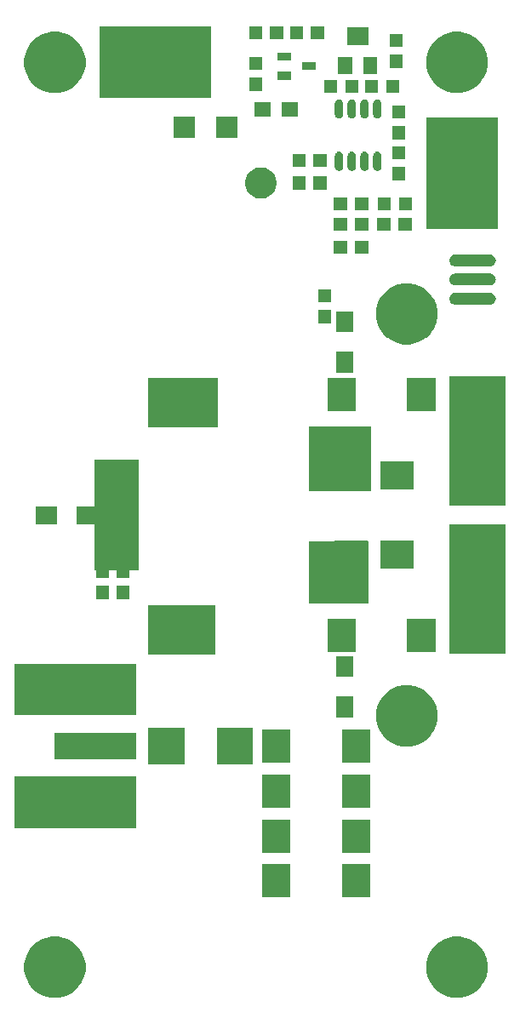
<source format=gbr>
%TF.GenerationSoftware,KiCad,Pcbnew,(5.1.4)-1*%
%TF.CreationDate,2019-12-09T14:58:40+08:00*%
%TF.ProjectId,RF_input,52465f69-6e70-4757-942e-6b696361645f,rev?*%
%TF.SameCoordinates,Original*%
%TF.FileFunction,Soldermask,Top*%
%TF.FilePolarity,Negative*%
%FSLAX46Y46*%
G04 Gerber Fmt 4.6, Leading zero omitted, Abs format (unit mm)*
G04 Created by KiCad (PCBNEW (5.1.4)-1) date 2019-12-09 14:58:40*
%MOMM*%
%LPD*%
G04 APERTURE LIST*
%ADD10C,0.100000*%
%ADD11C,0.350000*%
G04 APERTURE END LIST*
D10*
G36*
X136144000Y-108712000D02*
G01*
X130302000Y-108712000D01*
X130302000Y-102616000D01*
X136144000Y-102616000D01*
X136144000Y-108712000D01*
G37*
X136144000Y-108712000D02*
X130302000Y-108712000D01*
X130302000Y-102616000D01*
X136144000Y-102616000D01*
X136144000Y-108712000D01*
G36*
X136398000Y-97536000D02*
G01*
X130302000Y-97536000D01*
X130302000Y-91186000D01*
X136398000Y-91186000D01*
X136398000Y-97536000D01*
G37*
X136398000Y-97536000D02*
X130302000Y-97536000D01*
X130302000Y-91186000D01*
X136398000Y-91186000D01*
X136398000Y-97536000D01*
G36*
X121158000Y-91186000D02*
G01*
X114300000Y-91186000D01*
X114300000Y-86360000D01*
X121158000Y-86360000D01*
X121158000Y-91186000D01*
G37*
X121158000Y-91186000D02*
X114300000Y-91186000D01*
X114300000Y-86360000D01*
X121158000Y-86360000D01*
X121158000Y-91186000D01*
G36*
X120904000Y-113792000D02*
G01*
X114300000Y-113792000D01*
X114300000Y-108966000D01*
X120904000Y-108966000D01*
X120904000Y-113792000D01*
G37*
X120904000Y-113792000D02*
X114300000Y-113792000D01*
X114300000Y-108966000D01*
X120904000Y-108966000D01*
X120904000Y-113792000D01*
G36*
X113284000Y-105410000D02*
G01*
X108966000Y-105410000D01*
X108966000Y-94488000D01*
X113284000Y-94488000D01*
X113284000Y-105410000D01*
G37*
X113284000Y-105410000D02*
X108966000Y-105410000D01*
X108966000Y-94488000D01*
X113284000Y-94488000D01*
X113284000Y-105410000D01*
D11*
G36*
X145889943Y-142066248D02*
G01*
X146445189Y-142296238D01*
X146617497Y-142411371D01*
X146944899Y-142630134D01*
X147369866Y-143055101D01*
X147369867Y-143055103D01*
X147703762Y-143554811D01*
X147933752Y-144110057D01*
X148051000Y-144699501D01*
X148051000Y-145300499D01*
X147933752Y-145889943D01*
X147703762Y-146445189D01*
X147641872Y-146537814D01*
X147369866Y-146944899D01*
X146944899Y-147369866D01*
X146870736Y-147419420D01*
X146445189Y-147703762D01*
X145889943Y-147933752D01*
X145300499Y-148051000D01*
X144699501Y-148051000D01*
X144110057Y-147933752D01*
X143554811Y-147703762D01*
X143129264Y-147419420D01*
X143055101Y-147369866D01*
X142630134Y-146944899D01*
X142358128Y-146537814D01*
X142296238Y-146445189D01*
X142066248Y-145889943D01*
X141949000Y-145300499D01*
X141949000Y-144699501D01*
X142066248Y-144110057D01*
X142296238Y-143554811D01*
X142630133Y-143055103D01*
X142630134Y-143055101D01*
X143055101Y-142630134D01*
X143382503Y-142411371D01*
X143554811Y-142296238D01*
X144110057Y-142066248D01*
X144699501Y-141949000D01*
X145300499Y-141949000D01*
X145889943Y-142066248D01*
X145889943Y-142066248D01*
G37*
G36*
X105889943Y-142066248D02*
G01*
X106445189Y-142296238D01*
X106617497Y-142411371D01*
X106944899Y-142630134D01*
X107369866Y-143055101D01*
X107369867Y-143055103D01*
X107703762Y-143554811D01*
X107933752Y-144110057D01*
X108051000Y-144699501D01*
X108051000Y-145300499D01*
X107933752Y-145889943D01*
X107703762Y-146445189D01*
X107641872Y-146537814D01*
X107369866Y-146944899D01*
X106944899Y-147369866D01*
X106870736Y-147419420D01*
X106445189Y-147703762D01*
X105889943Y-147933752D01*
X105300499Y-148051000D01*
X104699501Y-148051000D01*
X104110057Y-147933752D01*
X103554811Y-147703762D01*
X103129264Y-147419420D01*
X103055101Y-147369866D01*
X102630134Y-146944899D01*
X102358128Y-146537814D01*
X102296238Y-146445189D01*
X102066248Y-145889943D01*
X101949000Y-145300499D01*
X101949000Y-144699501D01*
X102066248Y-144110057D01*
X102296238Y-143554811D01*
X102630133Y-143055103D01*
X102630134Y-143055101D01*
X103055101Y-142630134D01*
X103382503Y-142411371D01*
X103554811Y-142296238D01*
X104110057Y-142066248D01*
X104699501Y-141949000D01*
X105300499Y-141949000D01*
X105889943Y-142066248D01*
X105889943Y-142066248D01*
G37*
G36*
X136351000Y-138049000D02*
G01*
X133549000Y-138049000D01*
X133549000Y-134747000D01*
X136351000Y-134747000D01*
X136351000Y-138049000D01*
X136351000Y-138049000D01*
G37*
G36*
X128451000Y-138049000D02*
G01*
X125649000Y-138049000D01*
X125649000Y-134747000D01*
X128451000Y-134747000D01*
X128451000Y-138049000D01*
X128451000Y-138049000D01*
G37*
G36*
X128451000Y-133651000D02*
G01*
X125649000Y-133651000D01*
X125649000Y-130349000D01*
X128451000Y-130349000D01*
X128451000Y-133651000D01*
X128451000Y-133651000D01*
G37*
G36*
X136351000Y-133651000D02*
G01*
X133549000Y-133651000D01*
X133549000Y-130349000D01*
X136351000Y-130349000D01*
X136351000Y-133651000D01*
X136351000Y-133651000D01*
G37*
G36*
X113051000Y-131151000D02*
G01*
X100949000Y-131151000D01*
X100949000Y-126049000D01*
X113051000Y-126049000D01*
X113051000Y-131151000D01*
X113051000Y-131151000D01*
G37*
G36*
X128451000Y-129159000D02*
G01*
X125649000Y-129159000D01*
X125649000Y-125857000D01*
X128451000Y-125857000D01*
X128451000Y-129159000D01*
X128451000Y-129159000D01*
G37*
G36*
X136351000Y-129159000D02*
G01*
X133549000Y-129159000D01*
X133549000Y-125857000D01*
X136351000Y-125857000D01*
X136351000Y-129159000D01*
X136351000Y-129159000D01*
G37*
G36*
X117901000Y-124801000D02*
G01*
X114299000Y-124801000D01*
X114299000Y-121199000D01*
X117901000Y-121199000D01*
X117901000Y-124801000D01*
X117901000Y-124801000D01*
G37*
G36*
X124701000Y-124801000D02*
G01*
X121099000Y-124801000D01*
X121099000Y-121199000D01*
X124701000Y-121199000D01*
X124701000Y-124801000D01*
X124701000Y-124801000D01*
G37*
G36*
X128451000Y-124651000D02*
G01*
X125649000Y-124651000D01*
X125649000Y-121349000D01*
X128451000Y-121349000D01*
X128451000Y-124651000D01*
X128451000Y-124651000D01*
G37*
G36*
X136351000Y-124651000D02*
G01*
X133549000Y-124651000D01*
X133549000Y-121349000D01*
X136351000Y-121349000D01*
X136351000Y-124651000D01*
X136351000Y-124651000D01*
G37*
G36*
X113051000Y-124301000D02*
G01*
X104949000Y-124301000D01*
X104949000Y-121699000D01*
X113051000Y-121699000D01*
X113051000Y-124301000D01*
X113051000Y-124301000D01*
G37*
G36*
X140889943Y-117066248D02*
G01*
X141445189Y-117296238D01*
X141617497Y-117411371D01*
X141944899Y-117630134D01*
X142369866Y-118055101D01*
X142369867Y-118055103D01*
X142703762Y-118554811D01*
X142933752Y-119110057D01*
X143051000Y-119699501D01*
X143051000Y-120300499D01*
X142933752Y-120889943D01*
X142703762Y-121445189D01*
X142641872Y-121537814D01*
X142369866Y-121944899D01*
X141944899Y-122369866D01*
X141870736Y-122419420D01*
X141445189Y-122703762D01*
X140889943Y-122933752D01*
X140300499Y-123051000D01*
X139699501Y-123051000D01*
X139110057Y-122933752D01*
X138554811Y-122703762D01*
X138129264Y-122419420D01*
X138055101Y-122369866D01*
X137630134Y-121944899D01*
X137358128Y-121537814D01*
X137296238Y-121445189D01*
X137066248Y-120889943D01*
X136949000Y-120300499D01*
X136949000Y-119699501D01*
X137066248Y-119110057D01*
X137296238Y-118554811D01*
X137630133Y-118055103D01*
X137630134Y-118055101D01*
X138055101Y-117630134D01*
X138382503Y-117411371D01*
X138554811Y-117296238D01*
X139110057Y-117066248D01*
X139699501Y-116949000D01*
X140300499Y-116949000D01*
X140889943Y-117066248D01*
X140889943Y-117066248D01*
G37*
G36*
X134709000Y-120145000D02*
G01*
X133007000Y-120145000D01*
X133007000Y-118043000D01*
X134709000Y-118043000D01*
X134709000Y-120145000D01*
X134709000Y-120145000D01*
G37*
G36*
X113051000Y-119951000D02*
G01*
X100949000Y-119951000D01*
X100949000Y-114849000D01*
X113051000Y-114849000D01*
X113051000Y-119951000D01*
X113051000Y-119951000D01*
G37*
G36*
X134709000Y-116145000D02*
G01*
X133007000Y-116145000D01*
X133007000Y-114043000D01*
X134709000Y-114043000D01*
X134709000Y-116145000D01*
X134709000Y-116145000D01*
G37*
G36*
X149867000Y-113817000D02*
G01*
X144265000Y-113817000D01*
X144265000Y-100915000D01*
X149867000Y-100915000D01*
X149867000Y-113817000D01*
X149867000Y-113817000D01*
G37*
G36*
X134951000Y-113651000D02*
G01*
X132149000Y-113651000D01*
X132149000Y-110349000D01*
X134951000Y-110349000D01*
X134951000Y-113651000D01*
X134951000Y-113651000D01*
G37*
G36*
X142851000Y-113651000D02*
G01*
X140049000Y-113651000D01*
X140049000Y-110349000D01*
X142851000Y-110349000D01*
X142851000Y-113651000D01*
X142851000Y-113651000D01*
G37*
G36*
X112411000Y-108381000D02*
G01*
X111109000Y-108381000D01*
X111109000Y-107079000D01*
X112411000Y-107079000D01*
X112411000Y-108381000D01*
X112411000Y-108381000D01*
G37*
G36*
X110379000Y-108381000D02*
G01*
X109077000Y-108381000D01*
X109077000Y-107079000D01*
X110379000Y-107079000D01*
X110379000Y-108381000D01*
X110379000Y-108381000D01*
G37*
G36*
X110379000Y-106281000D02*
G01*
X109077000Y-106281000D01*
X109077000Y-104979000D01*
X110379000Y-104979000D01*
X110379000Y-106281000D01*
X110379000Y-106281000D01*
G37*
G36*
X112411000Y-106281000D02*
G01*
X111109000Y-106281000D01*
X111109000Y-104979000D01*
X112411000Y-104979000D01*
X112411000Y-106281000D01*
X112411000Y-106281000D01*
G37*
G36*
X136151000Y-105351000D02*
G01*
X132849000Y-105351000D01*
X132849000Y-102549000D01*
X136151000Y-102549000D01*
X136151000Y-105351000D01*
X136151000Y-105351000D01*
G37*
G36*
X140651000Y-105351000D02*
G01*
X137349000Y-105351000D01*
X137349000Y-102549000D01*
X140651000Y-102549000D01*
X140651000Y-105351000D01*
X140651000Y-105351000D01*
G37*
G36*
X105223000Y-100977000D02*
G01*
X103121000Y-100977000D01*
X103121000Y-99175000D01*
X105223000Y-99175000D01*
X105223000Y-100977000D01*
X105223000Y-100977000D01*
G37*
G36*
X109223000Y-100977000D02*
G01*
X107121000Y-100977000D01*
X107121000Y-99175000D01*
X109223000Y-99175000D01*
X109223000Y-100977000D01*
X109223000Y-100977000D01*
G37*
G36*
X149867000Y-99085000D02*
G01*
X144265000Y-99085000D01*
X144265000Y-86183000D01*
X149867000Y-86183000D01*
X149867000Y-99085000D01*
X149867000Y-99085000D01*
G37*
G36*
X136151000Y-97451000D02*
G01*
X132849000Y-97451000D01*
X132849000Y-94649000D01*
X136151000Y-94649000D01*
X136151000Y-97451000D01*
X136151000Y-97451000D01*
G37*
G36*
X140651000Y-97451000D02*
G01*
X137349000Y-97451000D01*
X137349000Y-94649000D01*
X140651000Y-94649000D01*
X140651000Y-97451000D01*
X140651000Y-97451000D01*
G37*
G36*
X134951000Y-89651000D02*
G01*
X132149000Y-89651000D01*
X132149000Y-86349000D01*
X134951000Y-86349000D01*
X134951000Y-89651000D01*
X134951000Y-89651000D01*
G37*
G36*
X142851000Y-89651000D02*
G01*
X140049000Y-89651000D01*
X140049000Y-86349000D01*
X142851000Y-86349000D01*
X142851000Y-89651000D01*
X142851000Y-89651000D01*
G37*
G36*
X134709000Y-85855000D02*
G01*
X133007000Y-85855000D01*
X133007000Y-83753000D01*
X134709000Y-83753000D01*
X134709000Y-85855000D01*
X134709000Y-85855000D01*
G37*
G36*
X140889943Y-77066248D02*
G01*
X141445189Y-77296238D01*
X141617497Y-77411371D01*
X141944899Y-77630134D01*
X142369866Y-78055101D01*
X142503364Y-78254895D01*
X142703762Y-78554811D01*
X142933752Y-79110057D01*
X143051000Y-79699501D01*
X143051000Y-80300499D01*
X142933752Y-80889943D01*
X142703762Y-81445189D01*
X142641872Y-81537814D01*
X142369866Y-81944899D01*
X141944899Y-82369866D01*
X141870736Y-82419420D01*
X141445189Y-82703762D01*
X140889943Y-82933752D01*
X140300499Y-83051000D01*
X139699501Y-83051000D01*
X139110057Y-82933752D01*
X138554811Y-82703762D01*
X138129264Y-82419420D01*
X138055101Y-82369866D01*
X137630134Y-81944899D01*
X137358128Y-81537814D01*
X137296238Y-81445189D01*
X137066248Y-80889943D01*
X136949000Y-80300499D01*
X136949000Y-79699501D01*
X137066248Y-79110057D01*
X137296238Y-78554811D01*
X137496636Y-78254895D01*
X137630134Y-78055101D01*
X138055101Y-77630134D01*
X138382503Y-77411371D01*
X138554811Y-77296238D01*
X139110057Y-77066248D01*
X139699501Y-76949000D01*
X140300499Y-76949000D01*
X140889943Y-77066248D01*
X140889943Y-77066248D01*
G37*
G36*
X134709000Y-81855000D02*
G01*
X133007000Y-81855000D01*
X133007000Y-79753000D01*
X134709000Y-79753000D01*
X134709000Y-81855000D01*
X134709000Y-81855000D01*
G37*
G36*
X132477000Y-80949000D02*
G01*
X131175000Y-80949000D01*
X131175000Y-79647000D01*
X132477000Y-79647000D01*
X132477000Y-80949000D01*
X132477000Y-80949000D01*
G37*
G36*
X148375818Y-77893696D02*
G01*
X148489105Y-77928062D01*
X148593512Y-77983869D01*
X148685027Y-78058973D01*
X148760131Y-78150488D01*
X148815938Y-78254895D01*
X148850304Y-78368182D01*
X148861907Y-78486000D01*
X148850304Y-78603818D01*
X148815938Y-78717105D01*
X148760131Y-78821512D01*
X148685027Y-78913027D01*
X148593512Y-78988131D01*
X148489105Y-79043938D01*
X148375818Y-79078304D01*
X148287519Y-79087000D01*
X144828481Y-79087000D01*
X144740182Y-79078304D01*
X144626895Y-79043938D01*
X144522488Y-78988131D01*
X144430973Y-78913027D01*
X144355869Y-78821512D01*
X144300062Y-78717105D01*
X144265696Y-78603818D01*
X144254093Y-78486000D01*
X144265696Y-78368182D01*
X144300062Y-78254895D01*
X144355869Y-78150488D01*
X144430973Y-78058973D01*
X144522488Y-77983869D01*
X144626895Y-77928062D01*
X144740182Y-77893696D01*
X144828481Y-77885000D01*
X148287519Y-77885000D01*
X148375818Y-77893696D01*
X148375818Y-77893696D01*
G37*
G36*
X132477000Y-78849000D02*
G01*
X131175000Y-78849000D01*
X131175000Y-77547000D01*
X132477000Y-77547000D01*
X132477000Y-78849000D01*
X132477000Y-78849000D01*
G37*
G36*
X148375818Y-75988696D02*
G01*
X148489105Y-76023062D01*
X148593512Y-76078869D01*
X148685027Y-76153973D01*
X148760131Y-76245488D01*
X148815938Y-76349895D01*
X148850304Y-76463182D01*
X148861907Y-76581000D01*
X148850304Y-76698818D01*
X148815938Y-76812105D01*
X148760131Y-76916512D01*
X148685027Y-77008027D01*
X148593512Y-77083131D01*
X148489105Y-77138938D01*
X148375818Y-77173304D01*
X148287519Y-77182000D01*
X144828481Y-77182000D01*
X144740182Y-77173304D01*
X144626895Y-77138938D01*
X144522488Y-77083131D01*
X144430973Y-77008027D01*
X144355869Y-76916512D01*
X144300062Y-76812105D01*
X144265696Y-76698818D01*
X144254093Y-76581000D01*
X144265696Y-76463182D01*
X144300062Y-76349895D01*
X144355869Y-76245488D01*
X144430973Y-76153973D01*
X144522488Y-76078869D01*
X144626895Y-76023062D01*
X144740182Y-75988696D01*
X144828481Y-75980000D01*
X148287519Y-75980000D01*
X148375818Y-75988696D01*
X148375818Y-75988696D01*
G37*
G36*
X148375818Y-74083696D02*
G01*
X148489105Y-74118062D01*
X148593512Y-74173869D01*
X148685027Y-74248973D01*
X148760131Y-74340488D01*
X148815938Y-74444895D01*
X148850304Y-74558182D01*
X148861907Y-74676000D01*
X148850304Y-74793818D01*
X148815938Y-74907105D01*
X148760131Y-75011512D01*
X148685027Y-75103027D01*
X148593512Y-75178131D01*
X148489105Y-75233938D01*
X148375818Y-75268304D01*
X148287519Y-75277000D01*
X144828481Y-75277000D01*
X144740182Y-75268304D01*
X144626895Y-75233938D01*
X144522488Y-75178131D01*
X144430973Y-75103027D01*
X144355869Y-75011512D01*
X144300062Y-74907105D01*
X144265696Y-74793818D01*
X144254093Y-74676000D01*
X144265696Y-74558182D01*
X144300062Y-74444895D01*
X144355869Y-74340488D01*
X144430973Y-74248973D01*
X144522488Y-74173869D01*
X144626895Y-74118062D01*
X144740182Y-74083696D01*
X144828481Y-74075000D01*
X148287519Y-74075000D01*
X148375818Y-74083696D01*
X148375818Y-74083696D01*
G37*
G36*
X134063000Y-74057000D02*
G01*
X132761000Y-74057000D01*
X132761000Y-72755000D01*
X134063000Y-72755000D01*
X134063000Y-74057000D01*
X134063000Y-74057000D01*
G37*
G36*
X136163000Y-74057000D02*
G01*
X134861000Y-74057000D01*
X134861000Y-72755000D01*
X136163000Y-72755000D01*
X136163000Y-74057000D01*
X136163000Y-74057000D01*
G37*
G36*
X140481000Y-71771000D02*
G01*
X139179000Y-71771000D01*
X139179000Y-70469000D01*
X140481000Y-70469000D01*
X140481000Y-71771000D01*
X140481000Y-71771000D01*
G37*
G36*
X138381000Y-71771000D02*
G01*
X137079000Y-71771000D01*
X137079000Y-70469000D01*
X138381000Y-70469000D01*
X138381000Y-71771000D01*
X138381000Y-71771000D01*
G37*
G36*
X134063000Y-71771000D02*
G01*
X132761000Y-71771000D01*
X132761000Y-70469000D01*
X134063000Y-70469000D01*
X134063000Y-71771000D01*
X134063000Y-71771000D01*
G37*
G36*
X136163000Y-71771000D02*
G01*
X134861000Y-71771000D01*
X134861000Y-70469000D01*
X136163000Y-70469000D01*
X136163000Y-71771000D01*
X136163000Y-71771000D01*
G37*
G36*
X149093000Y-71551000D02*
G01*
X141991000Y-71551000D01*
X141991000Y-60449000D01*
X149093000Y-60449000D01*
X149093000Y-71551000D01*
X149093000Y-71551000D01*
G37*
G36*
X136163000Y-69739000D02*
G01*
X134861000Y-69739000D01*
X134861000Y-68437000D01*
X136163000Y-68437000D01*
X136163000Y-69739000D01*
X136163000Y-69739000D01*
G37*
G36*
X134063000Y-69739000D02*
G01*
X132761000Y-69739000D01*
X132761000Y-68437000D01*
X134063000Y-68437000D01*
X134063000Y-69739000D01*
X134063000Y-69739000D01*
G37*
G36*
X140515000Y-69739000D02*
G01*
X139213000Y-69739000D01*
X139213000Y-68437000D01*
X140515000Y-68437000D01*
X140515000Y-69739000D01*
X140515000Y-69739000D01*
G37*
G36*
X138415000Y-69739000D02*
G01*
X137113000Y-69739000D01*
X137113000Y-68437000D01*
X138415000Y-68437000D01*
X138415000Y-69739000D01*
X138415000Y-69739000D01*
G37*
G36*
X125701063Y-65458608D02*
G01*
X125952410Y-65508604D01*
X126234674Y-65625521D01*
X126488705Y-65795259D01*
X126704741Y-66011295D01*
X126874479Y-66265326D01*
X126991396Y-66547590D01*
X127051000Y-66847240D01*
X127051000Y-67152760D01*
X126991396Y-67452410D01*
X126874479Y-67734674D01*
X126704741Y-67988705D01*
X126488705Y-68204741D01*
X126234674Y-68374479D01*
X125952410Y-68491396D01*
X125802585Y-68521198D01*
X125652761Y-68551000D01*
X125347239Y-68551000D01*
X125197415Y-68521198D01*
X125047590Y-68491396D01*
X124765326Y-68374479D01*
X124511295Y-68204741D01*
X124295259Y-67988705D01*
X124125521Y-67734674D01*
X124008604Y-67452410D01*
X123949000Y-67152760D01*
X123949000Y-66847240D01*
X124008604Y-66547590D01*
X124125521Y-66265326D01*
X124295259Y-66011295D01*
X124511295Y-65795259D01*
X124765326Y-65625521D01*
X125047590Y-65508604D01*
X125298937Y-65458608D01*
X125347239Y-65449000D01*
X125652761Y-65449000D01*
X125701063Y-65458608D01*
X125701063Y-65458608D01*
G37*
G36*
X129935000Y-67651000D02*
G01*
X128633000Y-67651000D01*
X128633000Y-66349000D01*
X129935000Y-66349000D01*
X129935000Y-67651000D01*
X129935000Y-67651000D01*
G37*
G36*
X132035000Y-67651000D02*
G01*
X130733000Y-67651000D01*
X130733000Y-66349000D01*
X132035000Y-66349000D01*
X132035000Y-67651000D01*
X132035000Y-67651000D01*
G37*
G36*
X139875000Y-66725000D02*
G01*
X138573000Y-66725000D01*
X138573000Y-65423000D01*
X139875000Y-65423000D01*
X139875000Y-66725000D01*
X139875000Y-66725000D01*
G37*
G36*
X135873609Y-63884802D02*
G01*
X135949197Y-63907732D01*
X135949200Y-63907733D01*
X136018860Y-63944967D01*
X136079922Y-63995078D01*
X136130032Y-64056138D01*
X136167268Y-64125801D01*
X136174911Y-64150998D01*
X136190198Y-64201390D01*
X136196000Y-64260302D01*
X136196000Y-65399698D01*
X136190198Y-65458610D01*
X136175032Y-65508604D01*
X136167268Y-65534199D01*
X136130032Y-65603862D01*
X136079922Y-65664922D01*
X136018862Y-65715032D01*
X135949199Y-65752268D01*
X135924002Y-65759911D01*
X135873610Y-65775198D01*
X135795000Y-65782940D01*
X135716391Y-65775198D01*
X135665999Y-65759911D01*
X135640802Y-65752268D01*
X135571139Y-65715032D01*
X135510079Y-65664922D01*
X135459969Y-65603862D01*
X135422733Y-65534199D01*
X135414969Y-65508604D01*
X135399803Y-65458610D01*
X135394001Y-65399698D01*
X135394000Y-64260303D01*
X135399802Y-64201391D01*
X135422732Y-64125803D01*
X135422733Y-64125800D01*
X135459967Y-64056140D01*
X135510078Y-63995078D01*
X135571138Y-63944968D01*
X135640801Y-63907732D01*
X135665998Y-63900089D01*
X135716390Y-63884802D01*
X135795000Y-63877060D01*
X135873609Y-63884802D01*
X135873609Y-63884802D01*
G37*
G36*
X137143609Y-63884802D02*
G01*
X137219197Y-63907732D01*
X137219200Y-63907733D01*
X137288860Y-63944967D01*
X137349922Y-63995078D01*
X137400032Y-64056138D01*
X137437268Y-64125801D01*
X137444911Y-64150998D01*
X137460198Y-64201390D01*
X137466000Y-64260302D01*
X137466000Y-65399698D01*
X137460198Y-65458610D01*
X137445032Y-65508604D01*
X137437268Y-65534199D01*
X137400032Y-65603862D01*
X137349922Y-65664922D01*
X137288862Y-65715032D01*
X137219199Y-65752268D01*
X137194002Y-65759911D01*
X137143610Y-65775198D01*
X137065000Y-65782940D01*
X136986391Y-65775198D01*
X136935999Y-65759911D01*
X136910802Y-65752268D01*
X136841139Y-65715032D01*
X136780079Y-65664922D01*
X136729969Y-65603862D01*
X136692733Y-65534199D01*
X136684969Y-65508604D01*
X136669803Y-65458610D01*
X136664001Y-65399698D01*
X136664000Y-64260303D01*
X136669802Y-64201391D01*
X136692732Y-64125803D01*
X136692733Y-64125800D01*
X136729967Y-64056140D01*
X136780078Y-63995078D01*
X136841138Y-63944968D01*
X136910801Y-63907732D01*
X136935998Y-63900089D01*
X136986390Y-63884802D01*
X137065000Y-63877060D01*
X137143609Y-63884802D01*
X137143609Y-63884802D01*
G37*
G36*
X133333609Y-63884802D02*
G01*
X133409197Y-63907732D01*
X133409200Y-63907733D01*
X133478860Y-63944967D01*
X133539922Y-63995078D01*
X133590032Y-64056138D01*
X133627268Y-64125801D01*
X133634911Y-64150998D01*
X133650198Y-64201390D01*
X133656000Y-64260302D01*
X133656000Y-65399698D01*
X133650198Y-65458610D01*
X133635032Y-65508604D01*
X133627268Y-65534199D01*
X133590032Y-65603862D01*
X133539922Y-65664922D01*
X133478862Y-65715032D01*
X133409199Y-65752268D01*
X133384002Y-65759911D01*
X133333610Y-65775198D01*
X133255000Y-65782940D01*
X133176391Y-65775198D01*
X133125999Y-65759911D01*
X133100802Y-65752268D01*
X133031139Y-65715032D01*
X132970079Y-65664922D01*
X132919969Y-65603862D01*
X132882733Y-65534199D01*
X132874969Y-65508604D01*
X132859803Y-65458610D01*
X132854001Y-65399698D01*
X132854000Y-64260303D01*
X132859802Y-64201391D01*
X132882732Y-64125803D01*
X132882733Y-64125800D01*
X132919967Y-64056140D01*
X132970078Y-63995078D01*
X133031138Y-63944968D01*
X133100801Y-63907732D01*
X133125998Y-63900089D01*
X133176390Y-63884802D01*
X133255000Y-63877060D01*
X133333609Y-63884802D01*
X133333609Y-63884802D01*
G37*
G36*
X134603609Y-63884802D02*
G01*
X134679197Y-63907732D01*
X134679200Y-63907733D01*
X134748860Y-63944967D01*
X134809922Y-63995078D01*
X134860032Y-64056138D01*
X134897268Y-64125801D01*
X134904911Y-64150998D01*
X134920198Y-64201390D01*
X134926000Y-64260302D01*
X134926000Y-65399698D01*
X134920198Y-65458610D01*
X134905032Y-65508604D01*
X134897268Y-65534199D01*
X134860032Y-65603862D01*
X134809922Y-65664922D01*
X134748862Y-65715032D01*
X134679199Y-65752268D01*
X134654002Y-65759911D01*
X134603610Y-65775198D01*
X134525000Y-65782940D01*
X134446391Y-65775198D01*
X134395999Y-65759911D01*
X134370802Y-65752268D01*
X134301139Y-65715032D01*
X134240079Y-65664922D01*
X134189969Y-65603862D01*
X134152733Y-65534199D01*
X134144969Y-65508604D01*
X134129803Y-65458610D01*
X134124001Y-65399698D01*
X134124000Y-64260303D01*
X134129802Y-64201391D01*
X134152732Y-64125803D01*
X134152733Y-64125800D01*
X134189967Y-64056140D01*
X134240078Y-63995078D01*
X134301138Y-63944968D01*
X134370801Y-63907732D01*
X134395998Y-63900089D01*
X134446390Y-63884802D01*
X134525000Y-63877060D01*
X134603609Y-63884802D01*
X134603609Y-63884802D01*
G37*
G36*
X129935000Y-65421000D02*
G01*
X128633000Y-65421000D01*
X128633000Y-64119000D01*
X129935000Y-64119000D01*
X129935000Y-65421000D01*
X129935000Y-65421000D01*
G37*
G36*
X132035000Y-65421000D02*
G01*
X130733000Y-65421000D01*
X130733000Y-64119000D01*
X132035000Y-64119000D01*
X132035000Y-65421000D01*
X132035000Y-65421000D01*
G37*
G36*
X139875000Y-64625000D02*
G01*
X138573000Y-64625000D01*
X138573000Y-63323000D01*
X139875000Y-63323000D01*
X139875000Y-64625000D01*
X139875000Y-64625000D01*
G37*
G36*
X139843000Y-62661000D02*
G01*
X138541000Y-62661000D01*
X138541000Y-61359000D01*
X139843000Y-61359000D01*
X139843000Y-62661000D01*
X139843000Y-62661000D01*
G37*
G36*
X123151000Y-62519000D02*
G01*
X121049000Y-62519000D01*
X121049000Y-60417000D01*
X123151000Y-60417000D01*
X123151000Y-62519000D01*
X123151000Y-62519000D01*
G37*
G36*
X118951000Y-62519000D02*
G01*
X116849000Y-62519000D01*
X116849000Y-60417000D01*
X118951000Y-60417000D01*
X118951000Y-62519000D01*
X118951000Y-62519000D01*
G37*
G36*
X133333609Y-58684802D02*
G01*
X133409197Y-58707732D01*
X133409200Y-58707733D01*
X133478860Y-58744967D01*
X133539922Y-58795078D01*
X133590032Y-58856138D01*
X133627268Y-58925801D01*
X133634911Y-58950998D01*
X133650198Y-59001390D01*
X133656000Y-59060302D01*
X133656000Y-60199698D01*
X133650198Y-60258610D01*
X133634911Y-60309002D01*
X133627268Y-60334199D01*
X133590032Y-60403862D01*
X133539922Y-60464922D01*
X133478862Y-60515032D01*
X133409199Y-60552268D01*
X133384002Y-60559911D01*
X133333610Y-60575198D01*
X133255000Y-60582940D01*
X133176391Y-60575198D01*
X133125999Y-60559911D01*
X133100802Y-60552268D01*
X133031139Y-60515032D01*
X132970079Y-60464922D01*
X132919969Y-60403862D01*
X132882733Y-60334199D01*
X132875090Y-60309002D01*
X132859803Y-60258610D01*
X132854001Y-60199698D01*
X132854000Y-59060303D01*
X132859802Y-59001391D01*
X132882732Y-58925803D01*
X132882733Y-58925800D01*
X132919967Y-58856140D01*
X132970078Y-58795078D01*
X133031138Y-58744968D01*
X133100801Y-58707732D01*
X133125998Y-58700089D01*
X133176390Y-58684802D01*
X133255000Y-58677060D01*
X133333609Y-58684802D01*
X133333609Y-58684802D01*
G37*
G36*
X134603609Y-58684802D02*
G01*
X134679197Y-58707732D01*
X134679200Y-58707733D01*
X134748860Y-58744967D01*
X134809922Y-58795078D01*
X134860032Y-58856138D01*
X134897268Y-58925801D01*
X134904911Y-58950998D01*
X134920198Y-59001390D01*
X134926000Y-59060302D01*
X134926000Y-60199698D01*
X134920198Y-60258610D01*
X134904911Y-60309002D01*
X134897268Y-60334199D01*
X134860032Y-60403862D01*
X134809922Y-60464922D01*
X134748862Y-60515032D01*
X134679199Y-60552268D01*
X134654002Y-60559911D01*
X134603610Y-60575198D01*
X134525000Y-60582940D01*
X134446391Y-60575198D01*
X134395999Y-60559911D01*
X134370802Y-60552268D01*
X134301139Y-60515032D01*
X134240079Y-60464922D01*
X134189969Y-60403862D01*
X134152733Y-60334199D01*
X134145090Y-60309002D01*
X134129803Y-60258610D01*
X134124001Y-60199698D01*
X134124000Y-59060303D01*
X134129802Y-59001391D01*
X134152732Y-58925803D01*
X134152733Y-58925800D01*
X134189967Y-58856140D01*
X134240078Y-58795078D01*
X134301138Y-58744968D01*
X134370801Y-58707732D01*
X134395998Y-58700089D01*
X134446390Y-58684802D01*
X134525000Y-58677060D01*
X134603609Y-58684802D01*
X134603609Y-58684802D01*
G37*
G36*
X137143609Y-58684802D02*
G01*
X137219197Y-58707732D01*
X137219200Y-58707733D01*
X137288860Y-58744967D01*
X137349922Y-58795078D01*
X137400032Y-58856138D01*
X137437268Y-58925801D01*
X137444911Y-58950998D01*
X137460198Y-59001390D01*
X137466000Y-59060302D01*
X137466000Y-60199698D01*
X137460198Y-60258610D01*
X137444911Y-60309002D01*
X137437268Y-60334199D01*
X137400032Y-60403862D01*
X137349922Y-60464922D01*
X137288862Y-60515032D01*
X137219199Y-60552268D01*
X137194002Y-60559911D01*
X137143610Y-60575198D01*
X137065000Y-60582940D01*
X136986391Y-60575198D01*
X136935999Y-60559911D01*
X136910802Y-60552268D01*
X136841139Y-60515032D01*
X136780079Y-60464922D01*
X136729969Y-60403862D01*
X136692733Y-60334199D01*
X136685090Y-60309002D01*
X136669803Y-60258610D01*
X136664001Y-60199698D01*
X136664000Y-59060303D01*
X136669802Y-59001391D01*
X136692732Y-58925803D01*
X136692733Y-58925800D01*
X136729967Y-58856140D01*
X136780078Y-58795078D01*
X136841138Y-58744968D01*
X136910801Y-58707732D01*
X136935998Y-58700089D01*
X136986390Y-58684802D01*
X137065000Y-58677060D01*
X137143609Y-58684802D01*
X137143609Y-58684802D01*
G37*
G36*
X135873609Y-58684802D02*
G01*
X135949197Y-58707732D01*
X135949200Y-58707733D01*
X136018860Y-58744967D01*
X136079922Y-58795078D01*
X136130032Y-58856138D01*
X136167268Y-58925801D01*
X136174911Y-58950998D01*
X136190198Y-59001390D01*
X136196000Y-59060302D01*
X136196000Y-60199698D01*
X136190198Y-60258610D01*
X136174911Y-60309002D01*
X136167268Y-60334199D01*
X136130032Y-60403862D01*
X136079922Y-60464922D01*
X136018862Y-60515032D01*
X135949199Y-60552268D01*
X135924002Y-60559911D01*
X135873610Y-60575198D01*
X135795000Y-60582940D01*
X135716391Y-60575198D01*
X135665999Y-60559911D01*
X135640802Y-60552268D01*
X135571139Y-60515032D01*
X135510079Y-60464922D01*
X135459969Y-60403862D01*
X135422733Y-60334199D01*
X135415090Y-60309002D01*
X135399803Y-60258610D01*
X135394001Y-60199698D01*
X135394000Y-59060303D01*
X135399802Y-59001391D01*
X135422732Y-58925803D01*
X135422733Y-58925800D01*
X135459967Y-58856140D01*
X135510078Y-58795078D01*
X135571138Y-58744968D01*
X135640801Y-58707732D01*
X135665998Y-58700089D01*
X135716390Y-58684802D01*
X135795000Y-58677060D01*
X135873609Y-58684802D01*
X135873609Y-58684802D01*
G37*
G36*
X139843000Y-60561000D02*
G01*
X138541000Y-60561000D01*
X138541000Y-59259000D01*
X139843000Y-59259000D01*
X139843000Y-60561000D01*
X139843000Y-60561000D01*
G37*
G36*
X129151000Y-60391000D02*
G01*
X127549000Y-60391000D01*
X127549000Y-58989000D01*
X129151000Y-58989000D01*
X129151000Y-60391000D01*
X129151000Y-60391000D01*
G37*
G36*
X126451000Y-60391000D02*
G01*
X124849000Y-60391000D01*
X124849000Y-58989000D01*
X126451000Y-58989000D01*
X126451000Y-60391000D01*
X126451000Y-60391000D01*
G37*
G36*
X120551000Y-58551000D02*
G01*
X109449000Y-58551000D01*
X109449000Y-51449000D01*
X120551000Y-51449000D01*
X120551000Y-58551000D01*
X120551000Y-58551000D01*
G37*
G36*
X137174000Y-58055000D02*
G01*
X135872000Y-58055000D01*
X135872000Y-56753000D01*
X137174000Y-56753000D01*
X137174000Y-58055000D01*
X137174000Y-58055000D01*
G37*
G36*
X135210000Y-58055000D02*
G01*
X133908000Y-58055000D01*
X133908000Y-56753000D01*
X135210000Y-56753000D01*
X135210000Y-58055000D01*
X135210000Y-58055000D01*
G37*
G36*
X133110000Y-58055000D02*
G01*
X131808000Y-58055000D01*
X131808000Y-56753000D01*
X133110000Y-56753000D01*
X133110000Y-58055000D01*
X133110000Y-58055000D01*
G37*
G36*
X139274000Y-58055000D02*
G01*
X137972000Y-58055000D01*
X137972000Y-56753000D01*
X139274000Y-56753000D01*
X139274000Y-58055000D01*
X139274000Y-58055000D01*
G37*
G36*
X145889943Y-52066248D02*
G01*
X146445189Y-52296238D01*
X146617497Y-52411371D01*
X146944899Y-52630134D01*
X147369866Y-53055101D01*
X147369867Y-53055103D01*
X147703762Y-53554811D01*
X147933752Y-54110057D01*
X148051000Y-54699501D01*
X148051000Y-55300499D01*
X147933752Y-55889943D01*
X147703762Y-56445189D01*
X147645088Y-56533000D01*
X147369866Y-56944899D01*
X146944899Y-57369866D01*
X146870736Y-57419420D01*
X146445189Y-57703762D01*
X145889943Y-57933752D01*
X145300499Y-58051000D01*
X144699501Y-58051000D01*
X144110057Y-57933752D01*
X143554811Y-57703762D01*
X143129264Y-57419420D01*
X143055101Y-57369866D01*
X142630134Y-56944899D01*
X142354912Y-56533000D01*
X142296238Y-56445189D01*
X142066248Y-55889943D01*
X141949000Y-55300499D01*
X141949000Y-54699501D01*
X142066248Y-54110057D01*
X142296238Y-53554811D01*
X142630133Y-53055103D01*
X142630134Y-53055101D01*
X143055101Y-52630134D01*
X143382503Y-52411371D01*
X143554811Y-52296238D01*
X144110057Y-52066248D01*
X144699501Y-51949000D01*
X145300499Y-51949000D01*
X145889943Y-52066248D01*
X145889943Y-52066248D01*
G37*
G36*
X105889943Y-52066248D02*
G01*
X106445189Y-52296238D01*
X106617497Y-52411371D01*
X106944899Y-52630134D01*
X107369866Y-53055101D01*
X107369867Y-53055103D01*
X107703762Y-53554811D01*
X107933752Y-54110057D01*
X108051000Y-54699501D01*
X108051000Y-55300499D01*
X107933752Y-55889943D01*
X107703762Y-56445189D01*
X107645088Y-56533000D01*
X107369866Y-56944899D01*
X106944899Y-57369866D01*
X106870736Y-57419420D01*
X106445189Y-57703762D01*
X105889943Y-57933752D01*
X105300499Y-58051000D01*
X104699501Y-58051000D01*
X104110057Y-57933752D01*
X103554811Y-57703762D01*
X103129264Y-57419420D01*
X103055101Y-57369866D01*
X102630134Y-56944899D01*
X102354912Y-56533000D01*
X102296238Y-56445189D01*
X102066248Y-55889943D01*
X101949000Y-55300499D01*
X101949000Y-54699501D01*
X102066248Y-54110057D01*
X102296238Y-53554811D01*
X102630133Y-53055103D01*
X102630134Y-53055101D01*
X103055101Y-52630134D01*
X103382503Y-52411371D01*
X103554811Y-52296238D01*
X104110057Y-52066248D01*
X104699501Y-51949000D01*
X105300499Y-51949000D01*
X105889943Y-52066248D01*
X105889943Y-52066248D01*
G37*
G36*
X125651000Y-57835000D02*
G01*
X124349000Y-57835000D01*
X124349000Y-56533000D01*
X125651000Y-56533000D01*
X125651000Y-57835000D01*
X125651000Y-57835000D01*
G37*
G36*
X128490000Y-56723000D02*
G01*
X127138000Y-56723000D01*
X127138000Y-55921000D01*
X128490000Y-55921000D01*
X128490000Y-56723000D01*
X128490000Y-56723000D01*
G37*
G36*
X137079000Y-56149000D02*
G01*
X135677000Y-56149000D01*
X135677000Y-54447000D01*
X137079000Y-54447000D01*
X137079000Y-56149000D01*
X137079000Y-56149000D01*
G37*
G36*
X134579000Y-56149000D02*
G01*
X133177000Y-56149000D01*
X133177000Y-54447000D01*
X134579000Y-54447000D01*
X134579000Y-56149000D01*
X134579000Y-56149000D01*
G37*
G36*
X130990000Y-55773000D02*
G01*
X129638000Y-55773000D01*
X129638000Y-54971000D01*
X130990000Y-54971000D01*
X130990000Y-55773000D01*
X130990000Y-55773000D01*
G37*
G36*
X125651000Y-55735000D02*
G01*
X124349000Y-55735000D01*
X124349000Y-54433000D01*
X125651000Y-54433000D01*
X125651000Y-55735000D01*
X125651000Y-55735000D01*
G37*
G36*
X139621000Y-55549000D02*
G01*
X138319000Y-55549000D01*
X138319000Y-54247000D01*
X139621000Y-54247000D01*
X139621000Y-55549000D01*
X139621000Y-55549000D01*
G37*
G36*
X128490000Y-54823000D02*
G01*
X127138000Y-54823000D01*
X127138000Y-54021000D01*
X128490000Y-54021000D01*
X128490000Y-54823000D01*
X128490000Y-54823000D01*
G37*
G36*
X139621000Y-53449000D02*
G01*
X138319000Y-53449000D01*
X138319000Y-52147000D01*
X139621000Y-52147000D01*
X139621000Y-53449000D01*
X139621000Y-53449000D01*
G37*
G36*
X136179000Y-53249000D02*
G01*
X134077000Y-53249000D01*
X134077000Y-51547000D01*
X136179000Y-51547000D01*
X136179000Y-53249000D01*
X136179000Y-53249000D01*
G37*
G36*
X131781000Y-52721000D02*
G01*
X130479000Y-52721000D01*
X130479000Y-51419000D01*
X131781000Y-51419000D01*
X131781000Y-52721000D01*
X131781000Y-52721000D01*
G37*
G36*
X129681000Y-52721000D02*
G01*
X128379000Y-52721000D01*
X128379000Y-51419000D01*
X129681000Y-51419000D01*
X129681000Y-52721000D01*
X129681000Y-52721000D01*
G37*
G36*
X127717000Y-52721000D02*
G01*
X126415000Y-52721000D01*
X126415000Y-51419000D01*
X127717000Y-51419000D01*
X127717000Y-52721000D01*
X127717000Y-52721000D01*
G37*
G36*
X125617000Y-52721000D02*
G01*
X124315000Y-52721000D01*
X124315000Y-51419000D01*
X125617000Y-51419000D01*
X125617000Y-52721000D01*
X125617000Y-52721000D01*
G37*
M02*

</source>
